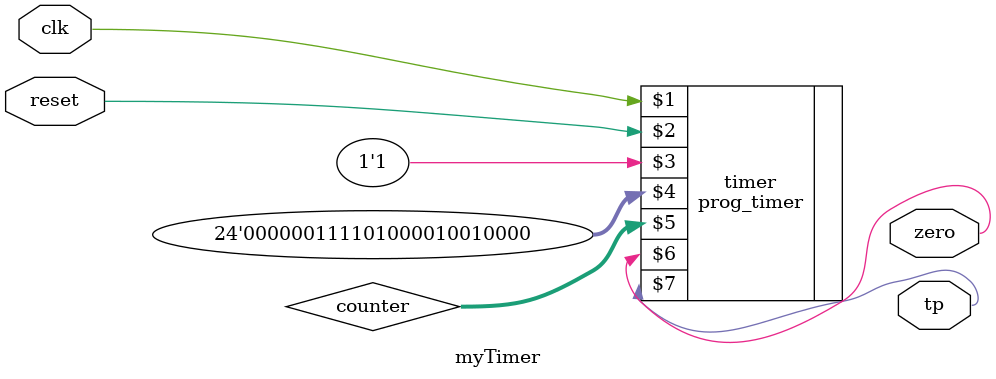
<source format=v>
`timescale 1ns / 1ps
/*
module prog_timer (clk, reset, clken, load_number, counter, zero, tp); 
  input clk, reset, clken; 
  input [23:0] load_number; 
  output reg [23:0] counter;  
  output reg zero, tp;
*/

module myTimer(clk, reset, zero, tp);
	input clk, reset;
  output zero, tp; 
  
  wire [23:0] counter;
  prog_timer timer(clk, reset, 1'b1, 24'd250000, counter, zero, tp);

endmodule

</source>
